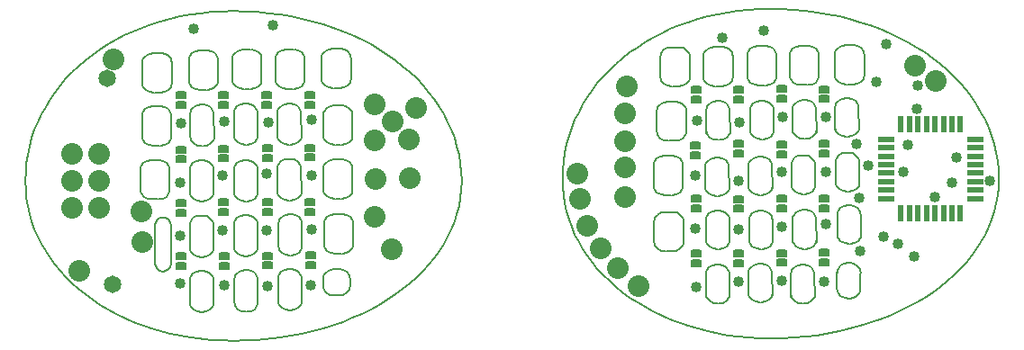
<source format=gbr>
G04 PROTEUS GERBER X2 FILE*
%TF.GenerationSoftware,Labcenter,Proteus,8.9-SP2-Build28501*%
%TF.CreationDate,2020-07-12T19:41:18+00:00*%
%TF.FileFunction,Soldermask,Top*%
%TF.FilePolarity,Negative*%
%TF.Part,Single*%
%TF.SameCoordinates,{dc61f2e1-3fbc-4622-b235-fc52ee95e5fb}*%
%FSLAX45Y45*%
%MOMM*%
G01*
%TA.AperFunction,Material*%
%ADD25C,1.016000*%
%AMPPAD018*
4,1,4,
-0.279400,0.749300,
0.279400,0.749300,
0.279400,-0.749300,
-0.279400,-0.749300,
-0.279400,0.749300,
0*%
%TA.AperFunction,Material*%
%ADD26PPAD018*%
%AMPPAD019*
4,1,4,
0.749300,0.279400,
0.749300,-0.279400,
-0.749300,-0.279400,
-0.749300,0.279400,
0.749300,0.279400,
0*%
%ADD27PPAD019*%
%AMPPAD020*
4,1,36,
0.508000,0.254000,
0.508000,-0.254000,
0.505470,-0.279970,
0.498200,-0.303980,
0.486650,-0.325580,
0.471290,-0.344290,
0.452570,-0.359650,
0.430980,-0.371200,
0.406970,-0.378470,
0.381000,-0.381000,
-0.381000,-0.381000,
-0.406970,-0.378470,
-0.430980,-0.371200,
-0.452570,-0.359650,
-0.471290,-0.344290,
-0.486650,-0.325580,
-0.498200,-0.303980,
-0.505470,-0.279970,
-0.508000,-0.254000,
-0.508000,0.254000,
-0.505470,0.279970,
-0.498200,0.303980,
-0.486650,0.325580,
-0.471290,0.344290,
-0.452570,0.359650,
-0.430980,0.371200,
-0.406970,0.378470,
-0.381000,0.381000,
0.381000,0.381000,
0.406970,0.378470,
0.430980,0.371200,
0.452570,0.359650,
0.471290,0.344290,
0.486650,0.325580,
0.498200,0.303980,
0.505470,0.279970,
0.508000,0.254000,
0*%
%TA.AperFunction,Material*%
%ADD28PPAD020*%
%TA.AperFunction,Material*%
%ADD29C,1.651000*%
%TA.AperFunction,Material*%
%ADD72C,2.032000*%
%TA.AperFunction,Profile*%
%ADD18C,0.203200*%
%TD.AperFunction*%
D25*
X-5095000Y-6015000D03*
X-5095857Y-6511843D03*
X-5095000Y-6965000D03*
X-5090000Y-5455000D03*
X-4680444Y-6977785D03*
X-4693999Y-6460000D03*
X-4693999Y-5950000D03*
X-4679116Y-5440000D03*
X-4278124Y-6986325D03*
X-4282819Y-6465000D03*
X-4282819Y-5930000D03*
X-3864964Y-6981630D03*
X-3860000Y-6455000D03*
X-3860000Y-5945000D03*
X-3860000Y-5418193D03*
X-4269062Y-5450000D03*
X-4220000Y-4530000D03*
X-4968508Y-4566851D03*
X-242679Y-6996025D03*
X-250950Y-6441953D03*
X-250950Y-5942083D03*
X-240000Y-5426979D03*
X+156980Y-6943532D03*
X+156980Y-6450000D03*
X+156980Y-5995000D03*
X+160920Y-5450000D03*
X+560000Y-6940000D03*
X+563676Y-6425000D03*
X+555870Y-5910000D03*
X+570876Y-5395000D03*
X+959826Y-6948228D03*
X+970935Y-6405000D03*
X+970935Y-5911638D03*
X+970935Y-5393343D03*
X+1288892Y-6155000D03*
X+1375386Y-5852093D03*
X+529Y-4648710D03*
X+388866Y-4578840D03*
X+1537712Y-4711568D03*
X+1266313Y-5652210D03*
X+1742563Y-5660566D03*
X+1295000Y-6660000D03*
X+1705000Y-5915000D03*
X+2156148Y-6011486D03*
X+2197924Y-5777539D03*
X+1830293Y-5318000D03*
X+1995503Y-6149348D03*
X+1807005Y-6705785D03*
X+1655496Y-6589504D03*
X+1518785Y-6524556D03*
X+1452151Y-5061872D03*
X+2512922Y-6000722D03*
X+1835000Y-5100000D03*
D26*
X+2240000Y-5465000D03*
X+2160000Y-5465000D03*
X+2080000Y-5465000D03*
X+2000000Y-5465000D03*
X+1920000Y-5465000D03*
X+1840000Y-5465000D03*
X+1760000Y-5465000D03*
X+1680000Y-5465000D03*
D27*
X+1540000Y-5605000D03*
X+1540000Y-5685000D03*
X+1540000Y-5765000D03*
X+1540000Y-5845000D03*
X+1540000Y-5925000D03*
X+1540000Y-6005000D03*
X+1540000Y-6085000D03*
X+1540000Y-6165000D03*
D26*
X+1680000Y-6305000D03*
X+1760000Y-6305000D03*
X+1840000Y-6305000D03*
X+1920000Y-6305000D03*
X+2000000Y-6305000D03*
X+2080000Y-6305000D03*
X+2160000Y-6305000D03*
X+2240000Y-6305000D03*
D27*
X+2380000Y-6165000D03*
X+2380000Y-6085000D03*
X+2380000Y-6005000D03*
X+2380000Y-5925000D03*
X+2380000Y-5845000D03*
X+2380000Y-5765000D03*
X+2380000Y-5685000D03*
X+2380000Y-5605000D03*
D28*
X-5090000Y-6710000D03*
X-5090000Y-6801440D03*
X-5091000Y-5196000D03*
X-5091000Y-5287440D03*
X-5090000Y-5705000D03*
X-5090000Y-5796440D03*
X-5090000Y-6210000D03*
X-5090000Y-6301440D03*
X-4271000Y-6705000D03*
X-4271000Y-6796440D03*
X-4286000Y-5194000D03*
X-4286000Y-5285440D03*
X-4275000Y-5693560D03*
X-4275000Y-5785000D03*
X-4273000Y-6204000D03*
X-4273000Y-6295440D03*
X-3870000Y-6703560D03*
X-3870000Y-6795000D03*
X-3877000Y-5196000D03*
X-3877000Y-5287440D03*
X-3876000Y-5688440D03*
X-3876000Y-5779880D03*
X-3875000Y-6203560D03*
X-3875000Y-6295000D03*
X-4683000Y-6709000D03*
X-4683000Y-6800440D03*
X-4691000Y-5193000D03*
X-4691000Y-5284440D03*
X-4691000Y-5698000D03*
X-4691000Y-5789440D03*
X-4687000Y-6203000D03*
X-4687000Y-6294440D03*
X+957000Y-5138000D03*
X+957000Y-5229440D03*
X+960000Y-5653560D03*
X+960000Y-5745000D03*
X+960560Y-6168000D03*
X+960560Y-6259440D03*
X+957560Y-6678000D03*
X+957560Y-6769440D03*
X+558000Y-5137000D03*
X+558000Y-5228440D03*
X+557560Y-5656000D03*
X+557560Y-5747440D03*
X+556000Y-6168560D03*
X+556000Y-6260000D03*
X+560000Y-6680000D03*
X+560000Y-6771440D03*
X+155000Y-5140560D03*
X+155000Y-5232000D03*
X+155000Y-5653560D03*
X+155000Y-5745000D03*
X+152000Y-6171120D03*
X+152000Y-6262560D03*
X+157000Y-6681120D03*
X+157000Y-6772560D03*
X-245000Y-5145000D03*
X-245000Y-5236440D03*
X-249120Y-5666440D03*
X-249120Y-5757880D03*
X-241000Y-6682440D03*
X-241000Y-6773880D03*
X-244000Y-6169000D03*
X-244000Y-6260440D03*
D29*
X-5735000Y-6970000D03*
X-5779000Y-5033000D03*
D72*
X-6110000Y-6254000D03*
X-5856000Y-6254000D03*
X-6110000Y-6000000D03*
X-5856000Y-6000000D03*
X-6110000Y-5746000D03*
X-5856000Y-5746000D03*
X-3265000Y-5280000D03*
X-3265000Y-5615000D03*
X-3260000Y-5980000D03*
X-3265000Y-6335000D03*
X-5725000Y-4850000D03*
X-3105000Y-6640000D03*
X-2940000Y-5975000D03*
X-2945000Y-5610000D03*
X-6045000Y-6840000D03*
X+1815000Y-4910000D03*
X-910000Y-5365000D03*
X-910000Y-6150000D03*
X-1270000Y-6420000D03*
X-900000Y-5110000D03*
X-1365000Y-5930000D03*
X-1335000Y-6170000D03*
X-910000Y-5625000D03*
X-1140000Y-6630000D03*
X-2875000Y-5315000D03*
X-5462500Y-6282500D03*
X-3100000Y-5435000D03*
X-5455000Y-6570000D03*
X-790000Y-6990000D03*
X-910000Y-5870000D03*
X-980000Y-6820000D03*
X+2005000Y-5055000D03*
D18*
X-6550000Y-6000000D02*
X-6547519Y-5916226D01*
X-6540151Y-5833716D01*
X-6528008Y-5752560D01*
X-6511200Y-5672852D01*
X-6489840Y-5594681D01*
X-6464039Y-5518140D01*
X-6433909Y-5443320D01*
X-6399561Y-5370312D01*
X-6361107Y-5299210D01*
X-6318658Y-5230103D01*
X-6272326Y-5163083D01*
X-6222223Y-5098242D01*
X-6168460Y-5035672D01*
X-6111149Y-4975464D01*
X-6050401Y-4917709D01*
X-5986328Y-4862500D01*
X-5919042Y-4809927D01*
X-5848653Y-4760083D01*
X-5775275Y-4713058D01*
X-5699017Y-4668945D01*
X-5619993Y-4627835D01*
X-5538313Y-4589819D01*
X-5454089Y-4554990D01*
X-5367432Y-4523438D01*
X-5278454Y-4495255D01*
X-5187267Y-4470532D01*
X-5093983Y-4449362D01*
X-4998712Y-4431836D01*
X-4901567Y-4418045D01*
X-4802659Y-4408081D01*
X-4702099Y-4402036D01*
X-4600000Y-4400000D01*
X-4487429Y-4402036D01*
X-4376556Y-4408081D01*
X-4267503Y-4418045D01*
X-4160394Y-4431836D01*
X-4055352Y-4449362D01*
X-3952500Y-4470532D01*
X-3851961Y-4495255D01*
X-3753857Y-4523438D01*
X-3658313Y-4554990D01*
X-3565450Y-4589819D01*
X-3475393Y-4627835D01*
X-3388263Y-4668945D01*
X-3304184Y-4713058D01*
X-3223279Y-4760083D01*
X-3145672Y-4809927D01*
X-3071484Y-4862500D01*
X-3000840Y-4917709D01*
X-2933861Y-4975464D01*
X-2870672Y-5035672D01*
X-2811395Y-5098242D01*
X-2756153Y-5163083D01*
X-2705070Y-5230103D01*
X-2658267Y-5299210D01*
X-2615869Y-5370312D01*
X-2577998Y-5443320D01*
X-2544778Y-5518140D01*
X-2516331Y-5594681D01*
X-2492780Y-5672852D01*
X-2474248Y-5752560D01*
X-2460859Y-5833716D01*
X-2452735Y-5916226D01*
X-2450000Y-6000000D01*
X-2452735Y-6078538D01*
X-2460859Y-6155891D01*
X-2474248Y-6231975D01*
X-2492780Y-6306702D01*
X-2516331Y-6379987D01*
X-2544778Y-6451744D01*
X-2577998Y-6521888D01*
X-2615869Y-6590332D01*
X-2658267Y-6656991D01*
X-2705070Y-6721779D01*
X-2756153Y-6784610D01*
X-2811395Y-6845398D01*
X-2870672Y-6904058D01*
X-2933861Y-6960503D01*
X-3000840Y-7014647D01*
X-3071484Y-7066406D01*
X-3145672Y-7115693D01*
X-3223279Y-7162422D01*
X-3304184Y-7206508D01*
X-3388263Y-7247864D01*
X-3475393Y-7286405D01*
X-3565450Y-7322044D01*
X-3753857Y-7384277D01*
X-3952500Y-7433876D01*
X-4160394Y-7470154D01*
X-4376556Y-7492424D01*
X-4487429Y-7498092D01*
X-4600000Y-7500000D01*
X-4702099Y-7498092D01*
X-4802659Y-7492424D01*
X-4998712Y-7470154D01*
X-5187267Y-7433876D01*
X-5367432Y-7384277D01*
X-5538313Y-7322044D01*
X-5699017Y-7247864D01*
X-5848653Y-7162422D01*
X-5919042Y-7115693D01*
X-5986328Y-7066406D01*
X-6050401Y-7014647D01*
X-6111149Y-6960503D01*
X-6168460Y-6904058D01*
X-6222223Y-6845398D01*
X-6272326Y-6784610D01*
X-6318658Y-6721779D01*
X-6361107Y-6656991D01*
X-6399561Y-6590332D01*
X-6433909Y-6521888D01*
X-6464039Y-6451744D01*
X-6489840Y-6379987D01*
X-6511200Y-6306702D01*
X-6528008Y-6231975D01*
X-6540151Y-6155891D01*
X-6547519Y-6078538D01*
X-6550000Y-6000000D01*
X-4430000Y-4760000D02*
X-4390644Y-4766943D01*
X-4358906Y-4786016D01*
X-4337715Y-4814580D01*
X-4331990Y-4831598D01*
X-4330000Y-4850000D01*
X-4435000Y-5130000D02*
X-4393676Y-5123442D01*
X-4360351Y-5105430D01*
X-4338100Y-5078452D01*
X-4332089Y-5062380D01*
X-4330000Y-5045000D01*
X-4495000Y-5130000D02*
X-4538291Y-5123442D01*
X-4573203Y-5105430D01*
X-4596514Y-5078452D01*
X-4602811Y-5062380D01*
X-4605000Y-5045000D01*
X-4500000Y-4760000D02*
X-4541323Y-4766558D01*
X-4574648Y-4784570D01*
X-4596899Y-4811548D01*
X-4602911Y-4827620D01*
X-4605000Y-4845000D01*
X-4605000Y-5045000D02*
X-4605000Y-4845000D01*
X-4435000Y-4760000D02*
X-4510000Y-4760000D01*
X-4440000Y-5130000D02*
X-4490000Y-5130000D01*
X-4330000Y-4845000D02*
X-4330000Y-5045000D01*
X-4025000Y-4760000D02*
X-3985644Y-4766943D01*
X-3953906Y-4786016D01*
X-3932715Y-4814580D01*
X-3926990Y-4831598D01*
X-3925000Y-4850000D01*
X-4030000Y-5130000D02*
X-3988676Y-5123442D01*
X-3955351Y-5105430D01*
X-3933100Y-5078452D01*
X-3927089Y-5062380D01*
X-3925000Y-5045000D01*
X-4090000Y-5130000D02*
X-4133291Y-5123442D01*
X-4168203Y-5105430D01*
X-4191514Y-5078452D01*
X-4197811Y-5062380D01*
X-4200000Y-5045000D01*
X-4095000Y-4760000D02*
X-4136323Y-4766558D01*
X-4169648Y-4784570D01*
X-4191899Y-4811548D01*
X-4197911Y-4827620D01*
X-4200000Y-4845000D01*
X-4200000Y-5045000D02*
X-4200000Y-4845000D01*
X-4030000Y-4760000D02*
X-4105000Y-4760000D01*
X-4035000Y-5130000D02*
X-4085000Y-5130000D01*
X-3925000Y-4845000D02*
X-3925000Y-5045000D01*
X-4840000Y-4770000D02*
X-4800644Y-4776943D01*
X-4768906Y-4796016D01*
X-4747715Y-4824580D01*
X-4741990Y-4841598D01*
X-4740000Y-4860000D01*
X-4845000Y-5140000D02*
X-4803676Y-5133442D01*
X-4770351Y-5115430D01*
X-4748100Y-5088452D01*
X-4742089Y-5072380D01*
X-4740000Y-5055000D01*
X-4905000Y-5140000D02*
X-4948291Y-5133442D01*
X-4983203Y-5115430D01*
X-5006514Y-5088452D01*
X-5012811Y-5072380D01*
X-5015000Y-5055000D01*
X-4910000Y-4770000D02*
X-4951323Y-4776558D01*
X-4984648Y-4794570D01*
X-5006899Y-4821548D01*
X-5012911Y-4837620D01*
X-5015000Y-4855000D01*
X-5015000Y-5055000D02*
X-5015000Y-4855000D01*
X-4845000Y-4770000D02*
X-4920000Y-4770000D01*
X-4850000Y-5140000D02*
X-4900000Y-5140000D01*
X-4740000Y-4855000D02*
X-4740000Y-5055000D01*
X-3590000Y-4755000D02*
X-3550644Y-4761943D01*
X-3518906Y-4781016D01*
X-3497715Y-4809580D01*
X-3491990Y-4826598D01*
X-3490000Y-4845000D01*
X-3595000Y-5125000D02*
X-3553676Y-5118442D01*
X-3520351Y-5100430D01*
X-3498100Y-5073452D01*
X-3492089Y-5057380D01*
X-3490000Y-5040000D01*
X-3655000Y-5125000D02*
X-3698291Y-5118442D01*
X-3733203Y-5100430D01*
X-3756514Y-5073452D01*
X-3762811Y-5057380D01*
X-3765000Y-5040000D01*
X-3660000Y-4755000D02*
X-3701323Y-4761558D01*
X-3734648Y-4779570D01*
X-3756899Y-4806548D01*
X-3762911Y-4822620D01*
X-3765000Y-4840000D01*
X-3765000Y-5040000D02*
X-3765000Y-4840000D01*
X-3590000Y-4755000D02*
X-3665000Y-4755000D01*
X-3600000Y-5125000D02*
X-3650000Y-5125000D01*
X-3490000Y-4840000D02*
X-3490000Y-5040000D01*
X+810000Y-4725000D02*
X+849356Y-4731943D01*
X+881094Y-4751016D01*
X+902285Y-4779580D01*
X+908010Y-4796598D01*
X+910000Y-4815000D01*
X+805000Y-5095000D02*
X+846324Y-5088442D01*
X+879649Y-5070430D01*
X+901900Y-5043452D01*
X+907911Y-5027380D01*
X+910000Y-5010000D01*
X+745000Y-5095000D02*
X+701709Y-5088442D01*
X+666797Y-5070430D01*
X+643486Y-5043452D01*
X+637189Y-5027380D01*
X+635000Y-5010000D01*
X+740000Y-4725000D02*
X+698677Y-4731558D01*
X+665352Y-4749570D01*
X+643101Y-4776548D01*
X+637089Y-4792620D01*
X+635000Y-4810000D01*
X+635000Y-5010000D02*
X+635000Y-4810000D01*
X+810000Y-4725000D02*
X+735000Y-4725000D01*
X+800000Y-5095000D02*
X+750000Y-5095000D01*
X+910000Y-4810000D02*
X+910000Y-5010000D01*
X+410000Y-4730000D02*
X+449356Y-4736943D01*
X+481094Y-4756016D01*
X+502285Y-4784580D01*
X+508010Y-4801598D01*
X+510000Y-4820000D01*
X+405000Y-5100000D02*
X+446324Y-5093442D01*
X+479649Y-5075430D01*
X+501900Y-5048452D01*
X+507911Y-5032380D01*
X+510000Y-5015000D01*
X+345000Y-5100000D02*
X+301709Y-5093442D01*
X+266797Y-5075430D01*
X+243486Y-5048452D01*
X+237189Y-5032380D01*
X+235000Y-5015000D01*
X+340000Y-4730000D02*
X+298677Y-4736558D01*
X+265352Y-4754570D01*
X+243101Y-4781548D01*
X+237089Y-4797620D01*
X+235000Y-4815000D01*
X+235000Y-5015000D02*
X+235000Y-4815000D01*
X+410000Y-4730000D02*
X+335000Y-4730000D01*
X+400000Y-5100000D02*
X+350000Y-5100000D01*
X+510000Y-4815000D02*
X+510000Y-5015000D01*
X+1235000Y-4720000D02*
X+1274356Y-4726943D01*
X+1306094Y-4746016D01*
X+1327285Y-4774580D01*
X+1333010Y-4791598D01*
X+1335000Y-4810000D01*
X+1230000Y-5090000D02*
X+1271324Y-5083442D01*
X+1304649Y-5065430D01*
X+1326900Y-5038452D01*
X+1332911Y-5022380D01*
X+1335000Y-5005000D01*
X+1170000Y-5090000D02*
X+1126709Y-5083442D01*
X+1091797Y-5065430D01*
X+1068486Y-5038452D01*
X+1062189Y-5022380D01*
X+1060000Y-5005000D01*
X+1165000Y-4720000D02*
X+1123677Y-4726558D01*
X+1090352Y-4744570D01*
X+1068101Y-4771548D01*
X+1062089Y-4787620D01*
X+1060000Y-4805000D01*
X+1060000Y-5005000D02*
X+1060000Y-4805000D01*
X+1235000Y-4720000D02*
X+1160000Y-4720000D01*
X+1225000Y-5090000D02*
X+1175000Y-5090000D01*
X+1335000Y-4805000D02*
X+1335000Y-5005000D01*
X+0Y-4735000D02*
X+39356Y-4741943D01*
X+71094Y-4761016D01*
X+92285Y-4789580D01*
X+98010Y-4806598D01*
X+100000Y-4825000D01*
X-5000Y-5105000D02*
X+36324Y-5098442D01*
X+69649Y-5080430D01*
X+91900Y-5053452D01*
X+97911Y-5037380D01*
X+100000Y-5020000D01*
X-65000Y-5105000D02*
X-108291Y-5098442D01*
X-143203Y-5080430D01*
X-166514Y-5053452D01*
X-172811Y-5037380D01*
X-175000Y-5020000D01*
X-70000Y-4735000D02*
X-111323Y-4741558D01*
X-144648Y-4759570D01*
X-166899Y-4786548D01*
X-172911Y-4802620D01*
X-175000Y-4820000D01*
X-175000Y-5020000D02*
X-175000Y-4820000D01*
X+0Y-4735000D02*
X-75000Y-4735000D01*
X-10000Y-5105000D02*
X-60000Y-5105000D01*
X+100000Y-4820000D02*
X+100000Y-5020000D01*
X-405000Y-4740000D02*
X-365644Y-4746943D01*
X-333906Y-4766016D01*
X-312715Y-4794580D01*
X-306990Y-4811598D01*
X-305000Y-4830000D01*
X-410000Y-5110000D02*
X-368676Y-5103442D01*
X-335351Y-5085430D01*
X-313100Y-5058452D01*
X-307089Y-5042380D01*
X-305000Y-5025000D01*
X-470000Y-5110000D02*
X-513291Y-5103442D01*
X-548203Y-5085430D01*
X-571514Y-5058452D01*
X-577811Y-5042380D01*
X-580000Y-5025000D01*
X-475000Y-4740000D02*
X-516323Y-4746558D01*
X-549648Y-4764570D01*
X-571899Y-4791548D01*
X-577911Y-4807620D01*
X-580000Y-4825000D01*
X-580000Y-5025000D02*
X-580000Y-4825000D01*
X-405000Y-4740000D02*
X-480000Y-4740000D01*
X-415000Y-5110000D02*
X-465000Y-5110000D01*
X-305000Y-4825000D02*
X-305000Y-5025000D01*
X-1500000Y-5980000D02*
X-1497519Y-5896226D01*
X-1490151Y-5813716D01*
X-1478008Y-5732560D01*
X-1461200Y-5652852D01*
X-1439840Y-5574681D01*
X-1414039Y-5498140D01*
X-1383909Y-5423320D01*
X-1349561Y-5350312D01*
X-1311107Y-5279210D01*
X-1268658Y-5210103D01*
X-1222326Y-5143083D01*
X-1172223Y-5078242D01*
X-1118460Y-5015672D01*
X-1061149Y-4955464D01*
X-1000401Y-4897709D01*
X-936328Y-4842500D01*
X-869042Y-4789927D01*
X-798653Y-4740083D01*
X-725275Y-4693058D01*
X-649017Y-4648945D01*
X-569993Y-4607835D01*
X-488313Y-4569819D01*
X-404089Y-4534990D01*
X-317432Y-4503438D01*
X-228454Y-4475255D01*
X-137267Y-4450532D01*
X-43983Y-4429362D01*
X+51288Y-4411836D01*
X+148433Y-4398045D01*
X+247341Y-4388081D01*
X+347901Y-4382036D01*
X+450000Y-4380000D01*
X+562571Y-4382036D01*
X+673444Y-4388081D01*
X+782497Y-4398045D01*
X+889606Y-4411836D01*
X+994648Y-4429362D01*
X+1097500Y-4450532D01*
X+1198039Y-4475255D01*
X+1296143Y-4503438D01*
X+1391687Y-4534990D01*
X+1484550Y-4569819D01*
X+1574607Y-4607835D01*
X+1661737Y-4648945D01*
X+1745816Y-4693058D01*
X+1826721Y-4740083D01*
X+1904328Y-4789927D01*
X+1978516Y-4842500D01*
X+2049160Y-4897709D01*
X+2116139Y-4955464D01*
X+2179328Y-5015672D01*
X+2238605Y-5078242D01*
X+2293847Y-5143083D01*
X+2344930Y-5210103D01*
X+2391733Y-5279210D01*
X+2434131Y-5350312D01*
X+2472002Y-5423320D01*
X+2505222Y-5498140D01*
X+2533669Y-5574681D01*
X+2557220Y-5652852D01*
X+2575752Y-5732560D01*
X+2589141Y-5813716D01*
X+2597265Y-5896226D01*
X+2600000Y-5980000D01*
X+2597265Y-6058538D01*
X+2589141Y-6135891D01*
X+2575752Y-6211975D01*
X+2557220Y-6286702D01*
X+2533669Y-6359987D01*
X+2505222Y-6431744D01*
X+2472002Y-6501888D01*
X+2434131Y-6570332D01*
X+2391733Y-6636991D01*
X+2344930Y-6701779D01*
X+2293847Y-6764610D01*
X+2238605Y-6825398D01*
X+2179328Y-6884058D01*
X+2116139Y-6940503D01*
X+2049160Y-6994647D01*
X+1978516Y-7046406D01*
X+1904328Y-7095693D01*
X+1826721Y-7142422D01*
X+1745816Y-7186508D01*
X+1661737Y-7227864D01*
X+1574607Y-7266405D01*
X+1484550Y-7302044D01*
X+1296143Y-7364277D01*
X+1097500Y-7413876D01*
X+889606Y-7450154D01*
X+673444Y-7472424D01*
X+562571Y-7478092D01*
X+450000Y-7480000D01*
X+347901Y-7478092D01*
X+247341Y-7472424D01*
X+51288Y-7450154D01*
X-137267Y-7413876D01*
X-317432Y-7364277D01*
X-488313Y-7302044D01*
X-649017Y-7227864D01*
X-798653Y-7142422D01*
X-869042Y-7095693D01*
X-936328Y-7046406D01*
X-1000401Y-6994647D01*
X-1061149Y-6940503D01*
X-1118460Y-6884058D01*
X-1172223Y-6825398D01*
X-1222326Y-6764610D01*
X-1268658Y-6701779D01*
X-1311107Y-6636991D01*
X-1349561Y-6570332D01*
X-1383909Y-6501888D01*
X-1414039Y-6431744D01*
X-1439840Y-6359987D01*
X-1461200Y-6286702D01*
X-1478008Y-6211975D01*
X-1490151Y-6135891D01*
X-1497519Y-6058538D01*
X-1500000Y-5980000D01*
X-4880000Y-5280000D02*
X-4840644Y-5286943D01*
X-4808906Y-5306016D01*
X-4787715Y-5334580D01*
X-4781990Y-5351598D01*
X-4780000Y-5370000D01*
X-4880000Y-5670000D02*
X-4838676Y-5663442D01*
X-4805351Y-5645430D01*
X-4783100Y-5618452D01*
X-4777089Y-5602380D01*
X-4775000Y-5585000D01*
X-4890000Y-5670000D02*
X-4933291Y-5663442D01*
X-4968203Y-5645430D01*
X-4991514Y-5618452D01*
X-4997811Y-5602380D01*
X-5000000Y-5585000D01*
X-4895000Y-5280000D02*
X-4936323Y-5286558D01*
X-4969648Y-5304570D01*
X-4991899Y-5331548D01*
X-4997911Y-5347620D01*
X-5000000Y-5365000D01*
X-5000000Y-5370000D02*
X-5000000Y-5585000D01*
X-4775000Y-5585000D02*
X-4780000Y-5375000D01*
X-4895000Y-5280000D02*
X-4880000Y-5280000D01*
X-4470000Y-5270000D02*
X-4430644Y-5276943D01*
X-4398906Y-5296016D01*
X-4377715Y-5324580D01*
X-4371990Y-5341598D01*
X-4370000Y-5360000D01*
X-4470000Y-5660000D02*
X-4428676Y-5653442D01*
X-4395351Y-5635430D01*
X-4373100Y-5608452D01*
X-4367089Y-5592380D01*
X-4365000Y-5575000D01*
X-4480000Y-5660000D02*
X-4523291Y-5653442D01*
X-4558203Y-5635430D01*
X-4581514Y-5608452D01*
X-4587811Y-5592380D01*
X-4590000Y-5575000D01*
X-4485000Y-5270000D02*
X-4526323Y-5276558D01*
X-4559648Y-5294570D01*
X-4581899Y-5321548D01*
X-4587911Y-5337620D01*
X-4590000Y-5355000D01*
X-4590000Y-5360000D02*
X-4590000Y-5575000D01*
X-4365000Y-5575000D02*
X-4370000Y-5365000D01*
X-4485000Y-5270000D02*
X-4470000Y-5270000D01*
X-4060000Y-5270000D02*
X-4020644Y-5276943D01*
X-3988906Y-5296016D01*
X-3967715Y-5324580D01*
X-3961990Y-5341598D01*
X-3960000Y-5360000D01*
X-4060000Y-5660000D02*
X-4018676Y-5653442D01*
X-3985351Y-5635430D01*
X-3963100Y-5608452D01*
X-3957089Y-5592380D01*
X-3955000Y-5575000D01*
X-4070000Y-5660000D02*
X-4113291Y-5653442D01*
X-4148203Y-5635430D01*
X-4171514Y-5608452D01*
X-4177811Y-5592380D01*
X-4180000Y-5575000D01*
X-4075000Y-5270000D02*
X-4116323Y-5276558D01*
X-4149648Y-5294570D01*
X-4171899Y-5321548D01*
X-4177911Y-5337620D01*
X-4180000Y-5355000D01*
X-4180000Y-5360000D02*
X-4180000Y-5575000D01*
X-3955000Y-5575000D02*
X-3960000Y-5365000D01*
X-4075000Y-5270000D02*
X-4060000Y-5270000D01*
X-4885000Y-5800000D02*
X-4845644Y-5806943D01*
X-4813906Y-5826016D01*
X-4792715Y-5854580D01*
X-4786990Y-5871598D01*
X-4785000Y-5890000D01*
X-4890000Y-6190000D02*
X-4848676Y-6183442D01*
X-4815351Y-6165430D01*
X-4793100Y-6138452D01*
X-4787089Y-6122380D01*
X-4785000Y-6105000D01*
X-4895000Y-6190000D02*
X-4938291Y-6183442D01*
X-4973203Y-6165430D01*
X-4996514Y-6138452D01*
X-5002811Y-6122380D01*
X-5005000Y-6105000D01*
X-4900000Y-5800000D02*
X-4941323Y-5806558D01*
X-4974648Y-5824570D01*
X-4996899Y-5851548D01*
X-5002911Y-5867620D01*
X-5005000Y-5885000D01*
X-5005000Y-5890000D02*
X-5005000Y-6105000D01*
X-4785000Y-6105000D02*
X-4785000Y-5895000D01*
X-4900000Y-5800000D02*
X-4885000Y-5800000D01*
X-4470000Y-5800000D02*
X-4430644Y-5806943D01*
X-4398906Y-5826016D01*
X-4377715Y-5854580D01*
X-4371990Y-5871598D01*
X-4370000Y-5890000D01*
X-4470000Y-6190000D02*
X-4428676Y-6183442D01*
X-4395351Y-6165430D01*
X-4373100Y-6138452D01*
X-4367089Y-6122380D01*
X-4365000Y-6105000D01*
X-4480000Y-6190000D02*
X-4523291Y-6183442D01*
X-4558203Y-6165430D01*
X-4581514Y-6138452D01*
X-4587811Y-6122380D01*
X-4590000Y-6105000D01*
X-4485000Y-5800000D02*
X-4526323Y-5806558D01*
X-4559648Y-5824570D01*
X-4581899Y-5851548D01*
X-4587911Y-5867620D01*
X-4590000Y-5885000D01*
X-4590000Y-5890000D02*
X-4590000Y-6105000D01*
X-4365000Y-6105000D02*
X-4370000Y-5895000D01*
X-4485000Y-5800000D02*
X-4470000Y-5800000D01*
X-4060000Y-5790000D02*
X-4020644Y-5796943D01*
X-3988906Y-5816016D01*
X-3967715Y-5844580D01*
X-3961990Y-5861598D01*
X-3960000Y-5880000D01*
X-4060000Y-6180000D02*
X-4018676Y-6173442D01*
X-3985351Y-6155430D01*
X-3963100Y-6128452D01*
X-3957089Y-6112380D01*
X-3955000Y-6095000D01*
X-4070000Y-6180000D02*
X-4113291Y-6173442D01*
X-4148203Y-6155430D01*
X-4171514Y-6128452D01*
X-4177811Y-6112380D01*
X-4180000Y-6095000D01*
X-4075000Y-5790000D02*
X-4116323Y-5796558D01*
X-4149648Y-5814570D01*
X-4171899Y-5841548D01*
X-4177911Y-5857620D01*
X-4180000Y-5875000D01*
X-4180000Y-5880000D02*
X-4180000Y-6095000D01*
X-3955000Y-6095000D02*
X-3960000Y-5885000D01*
X-4075000Y-5790000D02*
X-4060000Y-5790000D01*
X-4884782Y-6323362D02*
X-4845426Y-6330305D01*
X-4813688Y-6349378D01*
X-4792497Y-6377942D01*
X-4786772Y-6394960D01*
X-4784782Y-6413362D01*
X-4889782Y-6713362D02*
X-4848458Y-6706804D01*
X-4815133Y-6688792D01*
X-4792882Y-6661814D01*
X-4786871Y-6645742D01*
X-4784782Y-6628362D01*
X-4894782Y-6713362D02*
X-4938073Y-6706804D01*
X-4972985Y-6688792D01*
X-4996296Y-6661814D01*
X-5002593Y-6645742D01*
X-5004782Y-6628362D01*
X-4899782Y-6323362D02*
X-4941105Y-6329920D01*
X-4974430Y-6347932D01*
X-4996681Y-6374910D01*
X-5002693Y-6390982D01*
X-5004782Y-6408362D01*
X-5004782Y-6413362D02*
X-5004782Y-6628362D01*
X-4784782Y-6628362D02*
X-4784782Y-6418362D01*
X-4899782Y-6323362D02*
X-4884782Y-6323362D01*
X-4469782Y-6318362D02*
X-4430426Y-6325305D01*
X-4398688Y-6344378D01*
X-4377497Y-6372942D01*
X-4371772Y-6389960D01*
X-4369782Y-6408362D01*
X-4474782Y-6708362D02*
X-4433458Y-6701804D01*
X-4400133Y-6683792D01*
X-4377882Y-6656814D01*
X-4371871Y-6640742D01*
X-4369782Y-6623362D01*
X-4479782Y-6708362D02*
X-4523073Y-6701804D01*
X-4557985Y-6683792D01*
X-4581296Y-6656814D01*
X-4587593Y-6640742D01*
X-4589782Y-6623362D01*
X-4484782Y-6318362D02*
X-4526105Y-6324920D01*
X-4559430Y-6342932D01*
X-4581681Y-6369910D01*
X-4587693Y-6385982D01*
X-4589782Y-6403362D01*
X-4589782Y-6408362D02*
X-4589782Y-6623362D01*
X-4369782Y-6623362D02*
X-4369782Y-6413362D01*
X-4484782Y-6318362D02*
X-4469782Y-6318362D01*
X-4049782Y-6308362D02*
X-4010426Y-6315305D01*
X-3978688Y-6334378D01*
X-3957497Y-6362942D01*
X-3951772Y-6379960D01*
X-3949782Y-6398362D01*
X-4054782Y-6698362D02*
X-4013458Y-6691804D01*
X-3980133Y-6673792D01*
X-3957882Y-6646814D01*
X-3951871Y-6630742D01*
X-3949782Y-6613362D01*
X-4059782Y-6698362D02*
X-4103073Y-6691804D01*
X-4137985Y-6673792D01*
X-4161296Y-6646814D01*
X-4167593Y-6630742D01*
X-4169782Y-6613362D01*
X-4064782Y-6308362D02*
X-4106105Y-6314920D01*
X-4139430Y-6332932D01*
X-4161681Y-6359910D01*
X-4167693Y-6375982D01*
X-4169782Y-6393362D01*
X-4169782Y-6398362D02*
X-4169782Y-6613362D01*
X-3949782Y-6613362D02*
X-3949782Y-6403362D01*
X-4064782Y-6308362D02*
X-4049782Y-6308362D01*
X-4884782Y-6843362D02*
X-4845426Y-6850305D01*
X-4813688Y-6869378D01*
X-4792497Y-6897942D01*
X-4786772Y-6914960D01*
X-4784782Y-6933362D01*
X-4889782Y-7233362D02*
X-4848458Y-7226804D01*
X-4815133Y-7208792D01*
X-4792882Y-7181814D01*
X-4786871Y-7165742D01*
X-4784782Y-7148362D01*
X-4894782Y-7233362D02*
X-4938073Y-7226804D01*
X-4972985Y-7208792D01*
X-4996296Y-7181814D01*
X-5002593Y-7165742D01*
X-5004782Y-7148362D01*
X-4899782Y-6843362D02*
X-4941105Y-6849920D01*
X-4974430Y-6867932D01*
X-4996681Y-6894910D01*
X-5002693Y-6910982D01*
X-5004782Y-6928362D01*
X-5004782Y-6933362D02*
X-5004782Y-7148362D01*
X-4784782Y-7148362D02*
X-4784782Y-6938362D01*
X-4899782Y-6843362D02*
X-4884782Y-6843362D01*
X-4464782Y-6838362D02*
X-4425426Y-6845305D01*
X-4393688Y-6864378D01*
X-4372497Y-6892942D01*
X-4366772Y-6909960D01*
X-4364782Y-6928362D01*
X-4469782Y-7228362D02*
X-4428458Y-7221804D01*
X-4395133Y-7203792D01*
X-4372882Y-7176814D01*
X-4366871Y-7160742D01*
X-4364782Y-7143362D01*
X-4474782Y-7228362D02*
X-4518073Y-7221804D01*
X-4552985Y-7203792D01*
X-4576296Y-7176814D01*
X-4582593Y-7160742D01*
X-4584782Y-7143362D01*
X-4479782Y-6838362D02*
X-4521105Y-6844920D01*
X-4554430Y-6862932D01*
X-4576681Y-6889910D01*
X-4582693Y-6905982D01*
X-4584782Y-6923362D01*
X-4584782Y-6928362D02*
X-4584782Y-7143362D01*
X-4364782Y-7143362D02*
X-4364782Y-6933362D01*
X-4479782Y-6838362D02*
X-4464782Y-6838362D01*
X-4054782Y-6828362D02*
X-4015426Y-6835305D01*
X-3983688Y-6854378D01*
X-3962497Y-6882942D01*
X-3956772Y-6899960D01*
X-3954782Y-6918362D01*
X-4059782Y-7218362D02*
X-4018458Y-7211804D01*
X-3985133Y-7193792D01*
X-3962882Y-7166814D01*
X-3956871Y-7150742D01*
X-3954782Y-7133362D01*
X-4064782Y-7218362D02*
X-4108073Y-7211804D01*
X-4142985Y-7193792D01*
X-4166296Y-7166814D01*
X-4172593Y-7150742D01*
X-4174782Y-7133362D01*
X-4069782Y-6828362D02*
X-4111105Y-6834920D01*
X-4144430Y-6852932D01*
X-4166681Y-6879910D01*
X-4172693Y-6895982D01*
X-4174782Y-6913362D01*
X-4174782Y-6918362D02*
X-4174782Y-7133362D01*
X-3954782Y-7133362D02*
X-3954782Y-6923362D01*
X-4069782Y-6828362D02*
X-4054782Y-6828362D01*
X-3575000Y-5290000D02*
X-3535644Y-5296943D01*
X-3503906Y-5316016D01*
X-3482715Y-5344580D01*
X-3476990Y-5361598D01*
X-3475000Y-5380000D01*
X-3580000Y-5660000D02*
X-3538676Y-5653442D01*
X-3505351Y-5635430D01*
X-3483100Y-5608452D01*
X-3477089Y-5592380D01*
X-3475000Y-5575000D01*
X-3640000Y-5660000D02*
X-3683291Y-5653442D01*
X-3718203Y-5635430D01*
X-3741514Y-5608452D01*
X-3747811Y-5592380D01*
X-3750000Y-5575000D01*
X-3645000Y-5290000D02*
X-3686323Y-5296558D01*
X-3719648Y-5314570D01*
X-3741899Y-5341548D01*
X-3747911Y-5357620D01*
X-3750000Y-5375000D01*
X-3750000Y-5575000D02*
X-3750000Y-5375000D01*
X-3575000Y-5290000D02*
X-3650000Y-5290000D01*
X-3585000Y-5660000D02*
X-3635000Y-5660000D01*
X-3475000Y-5375000D02*
X-3475000Y-5575000D01*
X-3575000Y-5795000D02*
X-3535644Y-5801943D01*
X-3503906Y-5821016D01*
X-3482715Y-5849580D01*
X-3476990Y-5866598D01*
X-3475000Y-5885000D01*
X-3580000Y-6165000D02*
X-3538676Y-6158442D01*
X-3505351Y-6140430D01*
X-3483100Y-6113452D01*
X-3477089Y-6097380D01*
X-3475000Y-6080000D01*
X-3640000Y-6165000D02*
X-3683291Y-6158442D01*
X-3718203Y-6140430D01*
X-3741514Y-6113452D01*
X-3747811Y-6097380D01*
X-3750000Y-6080000D01*
X-3645000Y-5795000D02*
X-3686323Y-5801558D01*
X-3719648Y-5819570D01*
X-3741899Y-5846548D01*
X-3747911Y-5862620D01*
X-3750000Y-5880000D01*
X-3750000Y-6080000D02*
X-3750000Y-5880000D01*
X-3575000Y-5795000D02*
X-3650000Y-5795000D01*
X-3585000Y-6165000D02*
X-3635000Y-6165000D01*
X-3475000Y-5880000D02*
X-3475000Y-6080000D01*
X-3570000Y-6310000D02*
X-3530644Y-6316943D01*
X-3498906Y-6336016D01*
X-3477715Y-6364580D01*
X-3471990Y-6381598D01*
X-3470000Y-6400000D01*
X-3575000Y-6680000D02*
X-3533676Y-6673442D01*
X-3500351Y-6655430D01*
X-3478100Y-6628452D01*
X-3472089Y-6612380D01*
X-3470000Y-6595000D01*
X-3635000Y-6680000D02*
X-3678291Y-6673442D01*
X-3713203Y-6655430D01*
X-3736514Y-6628452D01*
X-3742811Y-6612380D01*
X-3745000Y-6595000D01*
X-3640000Y-6310000D02*
X-3681323Y-6316558D01*
X-3714648Y-6334570D01*
X-3736899Y-6361548D01*
X-3742911Y-6377620D01*
X-3745000Y-6395000D01*
X-3745000Y-6595000D02*
X-3745000Y-6395000D01*
X-3570000Y-6310000D02*
X-3645000Y-6310000D01*
X-3580000Y-6680000D02*
X-3630000Y-6680000D01*
X-3470000Y-6395000D02*
X-3470000Y-6595000D01*
X-3600000Y-6830000D02*
X-3560644Y-6836943D01*
X-3528906Y-6856016D01*
X-3507715Y-6884580D01*
X-3501990Y-6901598D01*
X-3500000Y-6920000D01*
X-3605000Y-7075000D02*
X-3563676Y-7068442D01*
X-3530351Y-7050430D01*
X-3508100Y-7023452D01*
X-3502089Y-7007380D01*
X-3500000Y-6990000D01*
X-3645000Y-7075000D02*
X-3688213Y-7068442D01*
X-3722578Y-7050430D01*
X-3735289Y-7037906D01*
X-3744404Y-7023452D01*
X-3749462Y-7007380D01*
X-3750000Y-6990000D01*
X-3645000Y-6830000D02*
X-3686323Y-6836558D01*
X-3719648Y-6854570D01*
X-3741899Y-6881548D01*
X-3747911Y-6897620D01*
X-3750000Y-6915000D01*
X-3590000Y-6830000D02*
X-3650000Y-6830000D01*
X-5275000Y-4795000D02*
X-5235644Y-4801943D01*
X-5203906Y-4821016D01*
X-5182715Y-4849580D01*
X-5176990Y-4866598D01*
X-5175000Y-4885000D01*
X-5280000Y-5165000D02*
X-5238676Y-5158442D01*
X-5205351Y-5140430D01*
X-5183100Y-5113452D01*
X-5177089Y-5097380D01*
X-5175000Y-5080000D01*
X-5340000Y-5165000D02*
X-5383291Y-5158442D01*
X-5418203Y-5140430D01*
X-5441514Y-5113452D01*
X-5447811Y-5097380D01*
X-5450000Y-5080000D01*
X-5345000Y-4795000D02*
X-5386323Y-4801558D01*
X-5419648Y-4819570D01*
X-5441899Y-4846548D01*
X-5447911Y-4862620D01*
X-5450000Y-4880000D01*
X-5450000Y-5080000D02*
X-5450000Y-4880000D01*
X-5275000Y-4795000D02*
X-5350000Y-4795000D01*
X-5285000Y-5165000D02*
X-5335000Y-5165000D01*
X-5175000Y-4880000D02*
X-5175000Y-5080000D01*
X-5280000Y-5295000D02*
X-5240644Y-5301943D01*
X-5208906Y-5321016D01*
X-5187715Y-5349580D01*
X-5181990Y-5366598D01*
X-5180000Y-5385000D01*
X-5285000Y-5665000D02*
X-5243676Y-5658442D01*
X-5210351Y-5640430D01*
X-5188100Y-5613452D01*
X-5182089Y-5597380D01*
X-5180000Y-5580000D01*
X-5345000Y-5665000D02*
X-5388291Y-5658442D01*
X-5423203Y-5640430D01*
X-5446514Y-5613452D01*
X-5452811Y-5597380D01*
X-5455000Y-5580000D01*
X-5350000Y-5295000D02*
X-5391323Y-5301558D01*
X-5424648Y-5319570D01*
X-5446899Y-5346548D01*
X-5452911Y-5362620D01*
X-5455000Y-5380000D01*
X-5455000Y-5580000D02*
X-5455000Y-5380000D01*
X-5280000Y-5295000D02*
X-5355000Y-5295000D01*
X-5290000Y-5665000D02*
X-5340000Y-5665000D01*
X-5180000Y-5380000D02*
X-5180000Y-5580000D01*
X-5295000Y-5800000D02*
X-5255644Y-5806943D01*
X-5223906Y-5826016D01*
X-5202715Y-5854580D01*
X-5196990Y-5871598D01*
X-5195000Y-5890000D01*
X-5300000Y-6170000D02*
X-5258676Y-6163442D01*
X-5225351Y-6145430D01*
X-5203100Y-6118452D01*
X-5197089Y-6102380D01*
X-5195000Y-6085000D01*
X-5360000Y-6170000D02*
X-5403291Y-6163442D01*
X-5438203Y-6145430D01*
X-5461514Y-6118452D01*
X-5467811Y-6102380D01*
X-5470000Y-6085000D01*
X-5365000Y-5800000D02*
X-5406323Y-5806558D01*
X-5439648Y-5824570D01*
X-5461899Y-5851548D01*
X-5467911Y-5867620D01*
X-5470000Y-5885000D01*
X-5470000Y-6085000D02*
X-5470000Y-5885000D01*
X-5295000Y-5800000D02*
X-5370000Y-5800000D01*
X-5305000Y-6170000D02*
X-5355000Y-6170000D01*
X-5195000Y-5885000D02*
X-5195000Y-6085000D01*
X-3750000Y-6915000D02*
X-3750000Y-6990000D01*
X-3500000Y-6990000D02*
X-3500000Y-6920000D01*
X-3645000Y-7075000D02*
X-3610000Y-7075000D01*
X-5329782Y-6418362D02*
X-5329782Y-6633362D01*
X-5330000Y-6630000D02*
X-5330000Y-6775000D01*
X-5184782Y-6418362D02*
X-5184782Y-6633362D01*
X-5185000Y-6630000D02*
X-5185000Y-6775000D01*
X-5330000Y-6415000D02*
X-5324985Y-6385483D01*
X-5311211Y-6361680D01*
X-5290581Y-6345786D01*
X-5265000Y-6340000D01*
X-5233516Y-6346172D01*
X-5208125Y-6363125D01*
X-5191172Y-6388516D01*
X-5185000Y-6420000D01*
X-5330000Y-6775000D02*
X-5324600Y-6804516D01*
X-5309766Y-6828320D01*
X-5287549Y-6844214D01*
X-5260000Y-6850000D01*
X-5230483Y-6844600D01*
X-5206680Y-6829766D01*
X-5190786Y-6807549D01*
X-5185000Y-6780000D01*
X-28409Y-5246440D02*
X+10946Y-5253383D01*
X+42685Y-5272456D01*
X+63876Y-5301020D01*
X+69601Y-5318038D01*
X+71591Y-5336440D01*
X-28409Y-5611440D02*
X+12914Y-5604882D01*
X+46240Y-5586870D01*
X+68491Y-5559892D01*
X+74502Y-5543820D01*
X+76591Y-5526440D01*
X-38409Y-5611440D02*
X-81700Y-5604882D01*
X-116612Y-5586870D01*
X-139923Y-5559892D01*
X-146220Y-5543820D01*
X-148409Y-5526440D01*
X-43409Y-5246440D02*
X-84732Y-5252998D01*
X-118057Y-5271010D01*
X-140308Y-5297988D01*
X-146320Y-5314060D01*
X-148409Y-5331440D01*
X-148409Y-5546440D01*
X+76591Y-5546440D02*
X+71591Y-5336440D01*
X-43409Y-5246440D02*
X-28409Y-5246440D01*
X-38409Y-5776440D02*
X+946Y-5783383D01*
X+32685Y-5802456D01*
X+53876Y-5831020D01*
X+59601Y-5848038D01*
X+61591Y-5866440D01*
X-38409Y-6141440D02*
X+2914Y-6134882D01*
X+36240Y-6116870D01*
X+58491Y-6089892D01*
X+64502Y-6073820D01*
X+66591Y-6056440D01*
X-48409Y-6141440D02*
X-91700Y-6134882D01*
X-126612Y-6116870D01*
X-149923Y-6089892D01*
X-156220Y-6073820D01*
X-158409Y-6056440D01*
X-53409Y-5776440D02*
X-94732Y-5782998D01*
X-128057Y-5801010D01*
X-150308Y-5827988D01*
X-156320Y-5844060D01*
X-158409Y-5861440D01*
X-158409Y-6076440D01*
X+66591Y-6076440D02*
X+61591Y-5866440D01*
X-53409Y-5776440D02*
X-38409Y-5776440D01*
X-33409Y-6276440D02*
X+5946Y-6283383D01*
X+37685Y-6302456D01*
X+58876Y-6331020D01*
X+64601Y-6348038D01*
X+66591Y-6366440D01*
X-33409Y-6641440D02*
X+7914Y-6634882D01*
X+41240Y-6616870D01*
X+63491Y-6589892D01*
X+69502Y-6573820D01*
X+71591Y-6556440D01*
X-43409Y-6641440D02*
X-86700Y-6634882D01*
X-121612Y-6616870D01*
X-144923Y-6589892D01*
X-151220Y-6573820D01*
X-153409Y-6556440D01*
X-48409Y-6276440D02*
X-89732Y-6282998D01*
X-123057Y-6301010D01*
X-145308Y-6327988D01*
X-151320Y-6344060D01*
X-153409Y-6361440D01*
X-153409Y-6576440D01*
X+71591Y-6576440D02*
X+66591Y-6366440D01*
X-48409Y-6276440D02*
X-33409Y-6276440D01*
X+381591Y-5241440D02*
X+420946Y-5248383D01*
X+452685Y-5267456D01*
X+473876Y-5296020D01*
X+479601Y-5313038D01*
X+481591Y-5331440D01*
X+381591Y-5606440D02*
X+422914Y-5599882D01*
X+456240Y-5581870D01*
X+478491Y-5554892D01*
X+484502Y-5538820D01*
X+486591Y-5521440D01*
X+371591Y-5606440D02*
X+328300Y-5599882D01*
X+293388Y-5581870D01*
X+270077Y-5554892D01*
X+263780Y-5538820D01*
X+261591Y-5521440D01*
X+366591Y-5241440D02*
X+325268Y-5247998D01*
X+291943Y-5266010D01*
X+269692Y-5292988D01*
X+263680Y-5309060D01*
X+261591Y-5326440D01*
X+261591Y-5541440D01*
X+486591Y-5541440D02*
X+481591Y-5331440D01*
X+366591Y-5241440D02*
X+381591Y-5241440D01*
X+781591Y-5236440D02*
X+820946Y-5243383D01*
X+852685Y-5262456D01*
X+873876Y-5291020D01*
X+879601Y-5308038D01*
X+881591Y-5326440D01*
X+781591Y-5601440D02*
X+822914Y-5594882D01*
X+856240Y-5576870D01*
X+878491Y-5549892D01*
X+884502Y-5533820D01*
X+886591Y-5516440D01*
X+771591Y-5601440D02*
X+728300Y-5594882D01*
X+693388Y-5576870D01*
X+670077Y-5549892D01*
X+663780Y-5533820D01*
X+661591Y-5516440D01*
X+766591Y-5236440D02*
X+725268Y-5242998D01*
X+691943Y-5261010D01*
X+669692Y-5287988D01*
X+663680Y-5304060D01*
X+661591Y-5321440D01*
X+661591Y-5536440D01*
X+886591Y-5536440D02*
X+881591Y-5326440D01*
X+766591Y-5236440D02*
X+781591Y-5236440D01*
X+366591Y-5766440D02*
X+405946Y-5773383D01*
X+437685Y-5792456D01*
X+458876Y-5821020D01*
X+464601Y-5838038D01*
X+466591Y-5856440D01*
X+366591Y-6131440D02*
X+407914Y-6124882D01*
X+441240Y-6106870D01*
X+463491Y-6079892D01*
X+469502Y-6063820D01*
X+471591Y-6046440D01*
X+356591Y-6131440D02*
X+313300Y-6124882D01*
X+278388Y-6106870D01*
X+255077Y-6079892D01*
X+248780Y-6063820D01*
X+246591Y-6046440D01*
X+351591Y-5766440D02*
X+310268Y-5772998D01*
X+276943Y-5791010D01*
X+254692Y-5817988D01*
X+248680Y-5834060D01*
X+246591Y-5851440D01*
X+246591Y-6066440D01*
X+471591Y-6066440D02*
X+466591Y-5856440D01*
X+351591Y-5766440D02*
X+366591Y-5766440D01*
X+771591Y-5756440D02*
X+810946Y-5763383D01*
X+842685Y-5782456D01*
X+863876Y-5811020D01*
X+869601Y-5828038D01*
X+871591Y-5846440D01*
X+771591Y-6121440D02*
X+812914Y-6114882D01*
X+846240Y-6096870D01*
X+868491Y-6069892D01*
X+874502Y-6053820D01*
X+876591Y-6036440D01*
X+761591Y-6121440D02*
X+718300Y-6114882D01*
X+683388Y-6096870D01*
X+660077Y-6069892D01*
X+653780Y-6053820D01*
X+651591Y-6036440D01*
X+756591Y-5756440D02*
X+715268Y-5762998D01*
X+681943Y-5781010D01*
X+659692Y-5807988D01*
X+653680Y-5824060D01*
X+651591Y-5841440D01*
X+651591Y-6056440D01*
X+876591Y-6056440D02*
X+871591Y-5846440D01*
X+756591Y-5756440D02*
X+771591Y-5756440D01*
X+781591Y-6271440D02*
X+820946Y-6278383D01*
X+852685Y-6297456D01*
X+873876Y-6326020D01*
X+879601Y-6343038D01*
X+881591Y-6361440D01*
X+781591Y-6636440D02*
X+822914Y-6629882D01*
X+856240Y-6611870D01*
X+878491Y-6584892D01*
X+884502Y-6568820D01*
X+886591Y-6551440D01*
X+771591Y-6636440D02*
X+728300Y-6629882D01*
X+693388Y-6611870D01*
X+670077Y-6584892D01*
X+663780Y-6568820D01*
X+661591Y-6551440D01*
X+766591Y-6271440D02*
X+725268Y-6277998D01*
X+691943Y-6296010D01*
X+669692Y-6322988D01*
X+663680Y-6339060D01*
X+661591Y-6356440D01*
X+661591Y-6571440D01*
X+886591Y-6571440D02*
X+881591Y-6361440D01*
X+766591Y-6271440D02*
X+781591Y-6271440D01*
X+371591Y-6276440D02*
X+410946Y-6283383D01*
X+442685Y-6302456D01*
X+463876Y-6331020D01*
X+469601Y-6348038D01*
X+471591Y-6366440D01*
X+371591Y-6641440D02*
X+412914Y-6634882D01*
X+446240Y-6616870D01*
X+468491Y-6589892D01*
X+474502Y-6573820D01*
X+476591Y-6556440D01*
X+361591Y-6641440D02*
X+318300Y-6634882D01*
X+283388Y-6616870D01*
X+260077Y-6589892D01*
X+253780Y-6573820D01*
X+251591Y-6556440D01*
X+356591Y-6276440D02*
X+315268Y-6282998D01*
X+281943Y-6301010D01*
X+259692Y-6327988D01*
X+253680Y-6344060D01*
X+251591Y-6361440D01*
X+251591Y-6576440D01*
X+476591Y-6576440D02*
X+471591Y-6366440D01*
X+356591Y-6276440D02*
X+371591Y-6276440D01*
X+366591Y-6776440D02*
X+405946Y-6783383D01*
X+437685Y-6802456D01*
X+458876Y-6831020D01*
X+464601Y-6848038D01*
X+466591Y-6866440D01*
X+366591Y-7141440D02*
X+407914Y-7134882D01*
X+441240Y-7116870D01*
X+463491Y-7089892D01*
X+469502Y-7073820D01*
X+471591Y-7056440D01*
X+356591Y-7141440D02*
X+313300Y-7134882D01*
X+278388Y-7116870D01*
X+255077Y-7089892D01*
X+248780Y-7073820D01*
X+246591Y-7056440D01*
X+351591Y-6776440D02*
X+310268Y-6782998D01*
X+276943Y-6801010D01*
X+254692Y-6827988D01*
X+248680Y-6844060D01*
X+246591Y-6861440D01*
X+246591Y-7076440D01*
X+471591Y-7076440D02*
X+466591Y-6866440D01*
X+351591Y-6776440D02*
X+366591Y-6776440D01*
X-33409Y-6786440D02*
X+5946Y-6793383D01*
X+37685Y-6812456D01*
X+58876Y-6841020D01*
X+64601Y-6858038D01*
X+66591Y-6876440D01*
X-33409Y-7151440D02*
X+7914Y-7144882D01*
X+41240Y-7126870D01*
X+63491Y-7099892D01*
X+69502Y-7083820D01*
X+71591Y-7066440D01*
X-43409Y-7151440D02*
X-86700Y-7144882D01*
X-121612Y-7126870D01*
X-144923Y-7099892D01*
X-151220Y-7083820D01*
X-153409Y-7066440D01*
X-48409Y-6786440D02*
X-89732Y-6792998D01*
X-123057Y-6811010D01*
X-145308Y-6837988D01*
X-151320Y-6854060D01*
X-153409Y-6871440D01*
X-153409Y-7086440D01*
X+71591Y-7086440D02*
X+66591Y-6876440D01*
X-48409Y-6786440D02*
X-33409Y-6786440D01*
X+766591Y-6786440D02*
X+805946Y-6793383D01*
X+837685Y-6812456D01*
X+858876Y-6841020D01*
X+864601Y-6858038D01*
X+866591Y-6876440D01*
X+766591Y-7151440D02*
X+807914Y-7144882D01*
X+841240Y-7126870D01*
X+863491Y-7099892D01*
X+869502Y-7083820D01*
X+871591Y-7066440D01*
X+756591Y-7151440D02*
X+713300Y-7144882D01*
X+678388Y-7126870D01*
X+655077Y-7099892D01*
X+648780Y-7083820D01*
X+646591Y-7066440D01*
X+751591Y-6786440D02*
X+710268Y-6792998D01*
X+676943Y-6811010D01*
X+654692Y-6837988D01*
X+648680Y-6854060D01*
X+646591Y-6871440D01*
X+646591Y-7086440D01*
X+871591Y-7086440D02*
X+866591Y-6876440D01*
X+751591Y-6786440D02*
X+766591Y-6786440D01*
X+1181591Y-5216440D02*
X+1220946Y-5223383D01*
X+1252685Y-5242456D01*
X+1273876Y-5271020D01*
X+1279601Y-5288038D01*
X+1281591Y-5306440D01*
X+1181591Y-5581440D02*
X+1222914Y-5574882D01*
X+1256240Y-5556870D01*
X+1278491Y-5529892D01*
X+1284502Y-5513820D01*
X+1286591Y-5496440D01*
X+1171591Y-5581440D02*
X+1128300Y-5574882D01*
X+1093388Y-5556870D01*
X+1070077Y-5529892D01*
X+1063780Y-5513820D01*
X+1061591Y-5496440D01*
X+1166591Y-5216440D02*
X+1125268Y-5222998D01*
X+1091943Y-5241010D01*
X+1069692Y-5267988D01*
X+1063680Y-5284060D01*
X+1061591Y-5301440D01*
X+1061591Y-5516440D01*
X+1286591Y-5516440D02*
X+1281591Y-5306440D01*
X+1166591Y-5216440D02*
X+1181591Y-5216440D01*
X+1186591Y-5731440D02*
X+1225946Y-5738383D01*
X+1257685Y-5757456D01*
X+1278876Y-5786020D01*
X+1284601Y-5803038D01*
X+1286591Y-5821440D01*
X+1186591Y-6096440D02*
X+1227914Y-6089882D01*
X+1261240Y-6071870D01*
X+1283491Y-6044892D01*
X+1289502Y-6028820D01*
X+1291591Y-6011440D01*
X+1176591Y-6096440D02*
X+1133300Y-6089882D01*
X+1098388Y-6071870D01*
X+1075077Y-6044892D01*
X+1068780Y-6028820D01*
X+1066591Y-6011440D01*
X+1171591Y-5731440D02*
X+1130268Y-5737998D01*
X+1096943Y-5756010D01*
X+1074692Y-5782988D01*
X+1068680Y-5799060D01*
X+1066591Y-5816440D01*
X+1066591Y-6031440D01*
X+1291591Y-6031440D02*
X+1286591Y-5821440D01*
X+1171591Y-5731440D02*
X+1186591Y-5731440D01*
X+1201591Y-6226440D02*
X+1240946Y-6233383D01*
X+1272685Y-6252456D01*
X+1293876Y-6281020D01*
X+1299601Y-6298038D01*
X+1301591Y-6316440D01*
X+1201591Y-6591440D02*
X+1242914Y-6584882D01*
X+1276240Y-6566870D01*
X+1298491Y-6539892D01*
X+1304502Y-6523820D01*
X+1306591Y-6506440D01*
X+1191591Y-6591440D02*
X+1148300Y-6584882D01*
X+1113388Y-6566870D01*
X+1090077Y-6539892D01*
X+1083780Y-6523820D01*
X+1081591Y-6506440D01*
X+1186591Y-6226440D02*
X+1145268Y-6232998D01*
X+1111943Y-6251010D01*
X+1089692Y-6277988D01*
X+1083680Y-6294060D01*
X+1081591Y-6311440D01*
X+1081591Y-6526440D01*
X+1306591Y-6526440D02*
X+1301591Y-6316440D01*
X+1186591Y-6226440D02*
X+1201591Y-6226440D01*
X+1201591Y-6771440D02*
X+1240946Y-6778383D01*
X+1272685Y-6797456D01*
X+1293876Y-6826020D01*
X+1299601Y-6843038D01*
X+1301591Y-6861440D01*
X+1191591Y-7106440D02*
X+1232914Y-7099882D01*
X+1266240Y-7081870D01*
X+1288491Y-7054892D01*
X+1294502Y-7038820D01*
X+1296591Y-7021440D01*
X+1191591Y-7106440D02*
X+1148300Y-7099882D01*
X+1113388Y-7081870D01*
X+1090077Y-7054892D01*
X+1083780Y-7038820D01*
X+1081591Y-7021440D01*
X+1186591Y-6771440D02*
X+1145268Y-6777998D01*
X+1111943Y-6796010D01*
X+1089692Y-6822988D01*
X+1083680Y-6839060D01*
X+1081591Y-6856440D01*
X+1186591Y-6771440D02*
X+1201591Y-6771440D01*
X+1080000Y-6855000D02*
X+1080000Y-7015000D01*
X+1295000Y-7025000D02*
X+1300000Y-6865000D01*
X-440000Y-5250000D02*
X-400644Y-5256943D01*
X-368906Y-5276016D01*
X-347715Y-5304580D01*
X-341990Y-5321598D01*
X-340000Y-5340000D01*
X-445000Y-5620000D02*
X-403676Y-5613442D01*
X-370351Y-5595430D01*
X-348100Y-5568452D01*
X-342089Y-5552380D01*
X-340000Y-5535000D01*
X-505000Y-5620000D02*
X-548291Y-5613442D01*
X-583203Y-5595430D01*
X-606514Y-5568452D01*
X-612811Y-5552380D01*
X-615000Y-5535000D01*
X-510000Y-5250000D02*
X-551323Y-5256558D01*
X-584648Y-5274570D01*
X-606899Y-5301548D01*
X-612911Y-5317620D01*
X-615000Y-5335000D01*
X-615000Y-5535000D02*
X-615000Y-5335000D01*
X-440000Y-5250000D02*
X-515000Y-5250000D01*
X-450000Y-5620000D02*
X-500000Y-5620000D01*
X-340000Y-5335000D02*
X-340000Y-5535000D01*
X-470000Y-5760000D02*
X-430644Y-5766943D01*
X-398906Y-5786016D01*
X-377715Y-5814580D01*
X-371990Y-5831598D01*
X-370000Y-5850000D01*
X-475000Y-6130000D02*
X-433676Y-6123442D01*
X-400351Y-6105430D01*
X-378100Y-6078452D01*
X-372089Y-6062380D01*
X-370000Y-6045000D01*
X-535000Y-6130000D02*
X-578291Y-6123442D01*
X-613203Y-6105430D01*
X-636514Y-6078452D01*
X-642811Y-6062380D01*
X-645000Y-6045000D01*
X-540000Y-5760000D02*
X-581323Y-5766558D01*
X-614648Y-5784570D01*
X-636899Y-5811548D01*
X-642911Y-5827620D01*
X-645000Y-5845000D01*
X-645000Y-6045000D02*
X-645000Y-5845000D01*
X-470000Y-5760000D02*
X-545000Y-5760000D01*
X-480000Y-6130000D02*
X-530000Y-6130000D01*
X-370000Y-5845000D02*
X-370000Y-6045000D01*
X-465000Y-6290000D02*
X-425644Y-6296943D01*
X-393906Y-6316016D01*
X-372715Y-6344580D01*
X-366990Y-6361598D01*
X-365000Y-6380000D01*
X-470000Y-6660000D02*
X-428676Y-6653442D01*
X-395351Y-6635430D01*
X-373100Y-6608452D01*
X-367089Y-6592380D01*
X-365000Y-6575000D01*
X-530000Y-6660000D02*
X-573291Y-6653442D01*
X-608203Y-6635430D01*
X-631514Y-6608452D01*
X-637811Y-6592380D01*
X-640000Y-6575000D01*
X-535000Y-6290000D02*
X-576323Y-6296558D01*
X-609648Y-6314570D01*
X-631899Y-6341548D01*
X-637911Y-6357620D01*
X-640000Y-6375000D01*
X-640000Y-6575000D02*
X-640000Y-6375000D01*
X-465000Y-6290000D02*
X-540000Y-6290000D01*
X-475000Y-6660000D02*
X-525000Y-6660000D01*
X-365000Y-6375000D02*
X-365000Y-6575000D01*
M02*

</source>
